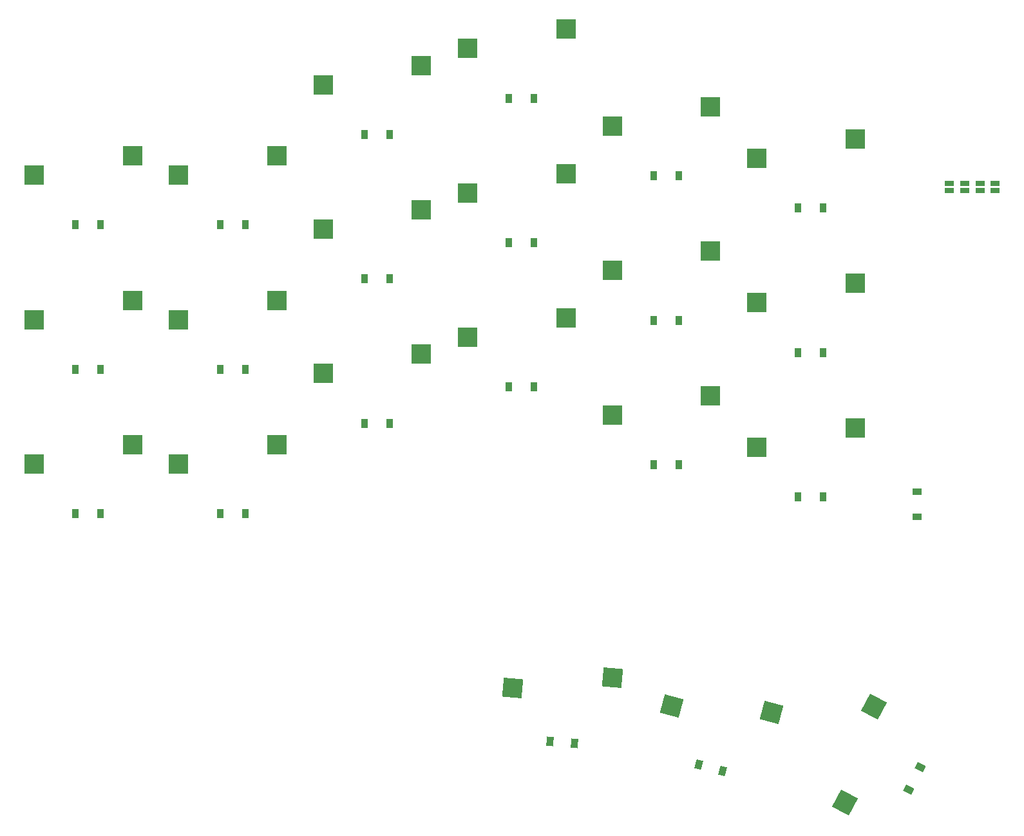
<source format=gbr>
%TF.GenerationSoftware,KiCad,Pcbnew,7.0.10*%
%TF.CreationDate,2024-02-08T10:53:14-05:00*%
%TF.ProjectId,kestrel,6b657374-7265-46c2-9e6b-696361645f70,v1.0.0*%
%TF.SameCoordinates,Original*%
%TF.FileFunction,Paste,Bot*%
%TF.FilePolarity,Positive*%
%FSLAX46Y46*%
G04 Gerber Fmt 4.6, Leading zero omitted, Abs format (unit mm)*
G04 Created by KiCad (PCBNEW 7.0.10) date 2024-02-08 10:53:14*
%MOMM*%
%LPD*%
G01*
G04 APERTURE LIST*
G04 Aperture macros list*
%AMRotRect*
0 Rectangle, with rotation*
0 The origin of the aperture is its center*
0 $1 length*
0 $2 width*
0 $3 Rotation angle, in degrees counterclockwise*
0 Add horizontal line*
21,1,$1,$2,0,0,$3*%
G04 Aperture macros list end*
%ADD10R,0.900000X1.200000*%
%ADD11R,2.550000X2.500000*%
%ADD12RotRect,0.900000X1.200000X175.000000*%
%ADD13R,1.143000X0.635000*%
%ADD14RotRect,0.900000X1.200000X165.000000*%
%ADD15RotRect,2.550000X2.500000X355.000000*%
%ADD16RotRect,2.550000X2.500000X345.000000*%
%ADD17RotRect,2.550000X2.500000X62.000000*%
%ADD18RotRect,0.900000X1.200000X242.000000*%
%ADD19R,1.200000X0.900000*%
G04 APERTURE END LIST*
D10*
%TO.C,D13*%
X219238000Y-147976000D03*
X215938000Y-147976000D03*
%TD*%
D11*
%TO.C,S8*%
X172503000Y-116996000D03*
X185430000Y-114456000D03*
%TD*%
%TO.C,S11*%
X191503000Y-112236000D03*
X204430000Y-109696000D03*
%TD*%
D10*
%TO.C,D14*%
X219238000Y-128976000D03*
X215938000Y-128976000D03*
%TD*%
D11*
%TO.C,S15*%
X210503000Y-103436000D03*
X223430000Y-100896000D03*
%TD*%
%TO.C,S14*%
X210503000Y-122436000D03*
X223430000Y-119896000D03*
%TD*%
D12*
%TO.C,D19*%
X205583098Y-184654586D03*
X202295656Y-184366972D03*
%TD*%
D10*
%TO.C,D7*%
X181238000Y-142536000D03*
X177938000Y-142536000D03*
%TD*%
D11*
%TO.C,S7*%
X172503000Y-135996000D03*
X185430000Y-133456000D03*
%TD*%
D10*
%TO.C,D18*%
X238238000Y-114226000D03*
X234938000Y-114226000D03*
%TD*%
D11*
%TO.C,S16*%
X229503000Y-145686000D03*
X242430000Y-143146000D03*
%TD*%
D10*
%TO.C,D8*%
X181238000Y-123536000D03*
X177938000Y-123536000D03*
%TD*%
%TO.C,D17*%
X238238000Y-133226000D03*
X234938000Y-133226000D03*
%TD*%
D11*
%TO.C,S13*%
X210503000Y-141436000D03*
X223430000Y-138896000D03*
%TD*%
%TO.C,S1*%
X134503000Y-147896000D03*
X147430000Y-145356000D03*
%TD*%
D10*
%TO.C,D2*%
X143238000Y-135436000D03*
X139938000Y-135436000D03*
%TD*%
%TO.C,D4*%
X162238000Y-154436000D03*
X158938000Y-154436000D03*
%TD*%
%TO.C,D5*%
X162238000Y-135436000D03*
X158938000Y-135436000D03*
%TD*%
%TO.C,D3*%
X143238000Y-116436000D03*
X139938000Y-116436000D03*
%TD*%
%TO.C,D11*%
X200238000Y-118776000D03*
X196938000Y-118776000D03*
%TD*%
D13*
%TO.C,J4*%
X258858000Y-110947200D03*
X258858000Y-111947960D03*
%TD*%
D10*
%TO.C,D10*%
X200238000Y-137776000D03*
X196938000Y-137776000D03*
%TD*%
D14*
%TO.C,D20*%
X225046751Y-188290103D03*
X221859195Y-187436001D03*
%TD*%
D11*
%TO.C,S5*%
X153503000Y-128896000D03*
X166430000Y-126356000D03*
%TD*%
D15*
%TO.C,S19*%
X197451336Y-177378167D03*
X210550521Y-175974495D03*
%TD*%
D11*
%TO.C,S4*%
X153503000Y-147896000D03*
X166430000Y-145356000D03*
%TD*%
%TO.C,S12*%
X191503000Y-93236000D03*
X204430000Y-90696000D03*
%TD*%
D10*
%TO.C,D1*%
X143238000Y-154436000D03*
X139938000Y-154436000D03*
%TD*%
%TO.C,D6*%
X162238000Y-116436000D03*
X158938000Y-116436000D03*
%TD*%
D11*
%TO.C,S17*%
X229503000Y-126686000D03*
X242430000Y-124146000D03*
%TD*%
%TO.C,S9*%
X172503000Y-97996000D03*
X185430000Y-95456000D03*
%TD*%
D13*
%TO.C,J6*%
X256858000Y-110947200D03*
X256858000Y-111947960D03*
%TD*%
D11*
%TO.C,S2*%
X134503000Y-128896000D03*
X147430000Y-126356000D03*
%TD*%
D10*
%TO.C,D15*%
X219238000Y-109976000D03*
X215938000Y-109976000D03*
%TD*%
D16*
%TO.C,S20*%
X218302065Y-179712164D03*
X231445988Y-180604467D03*
%TD*%
D17*
%TO.C,S21*%
X241118613Y-192428071D03*
X244944785Y-179821750D03*
%TD*%
D10*
%TO.C,D16*%
X238238000Y-152226000D03*
X234938000Y-152226000D03*
%TD*%
D11*
%TO.C,S3*%
X134503000Y-109896000D03*
X147430000Y-107356000D03*
%TD*%
D10*
%TO.C,D12*%
X200238000Y-99776000D03*
X196938000Y-99776000D03*
%TD*%
D11*
%TO.C,S6*%
X153503000Y-109896000D03*
X166430000Y-107356000D03*
%TD*%
D18*
%TO.C,D21*%
X250993925Y-187785867D03*
X249444669Y-190699595D03*
%TD*%
D13*
%TO.C,J2*%
X260858000Y-110947200D03*
X260858000Y-111947960D03*
%TD*%
%TO.C,J8*%
X254858000Y-110947200D03*
X254858000Y-111947960D03*
%TD*%
D11*
%TO.C,S10*%
X191503000Y-131236000D03*
X204430000Y-128696000D03*
%TD*%
D10*
%TO.C,D9*%
X181238000Y-104536000D03*
X177938000Y-104536000D03*
%TD*%
D11*
%TO.C,S18*%
X229503000Y-107686000D03*
X242430000Y-105146000D03*
%TD*%
D19*
%TO.C,D22*%
X250588000Y-151576000D03*
X250588000Y-154876000D03*
%TD*%
M02*

</source>
